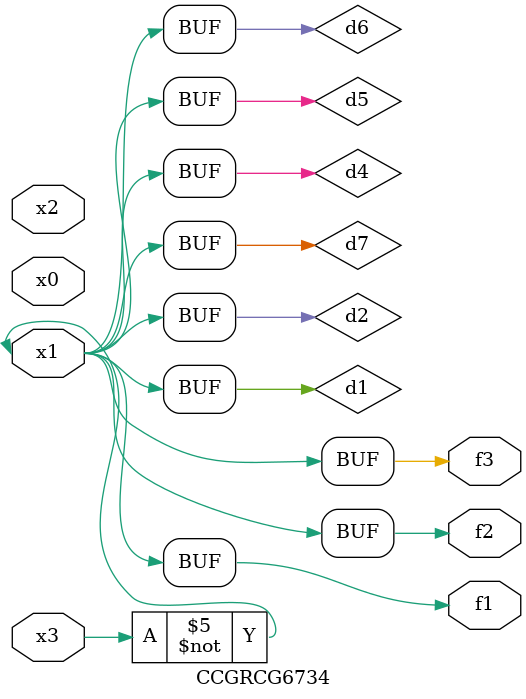
<source format=v>
module CCGRCG6734(
	input x0, x1, x2, x3,
	output f1, f2, f3
);

	wire d1, d2, d3, d4, d5, d6, d7;

	not (d1, x3);
	buf (d2, x1);
	xnor (d3, d1, d2);
	nor (d4, d1);
	buf (d5, d1, d2);
	buf (d6, d4, d5);
	nand (d7, d4);
	assign f1 = d6;
	assign f2 = d7;
	assign f3 = d6;
endmodule

</source>
